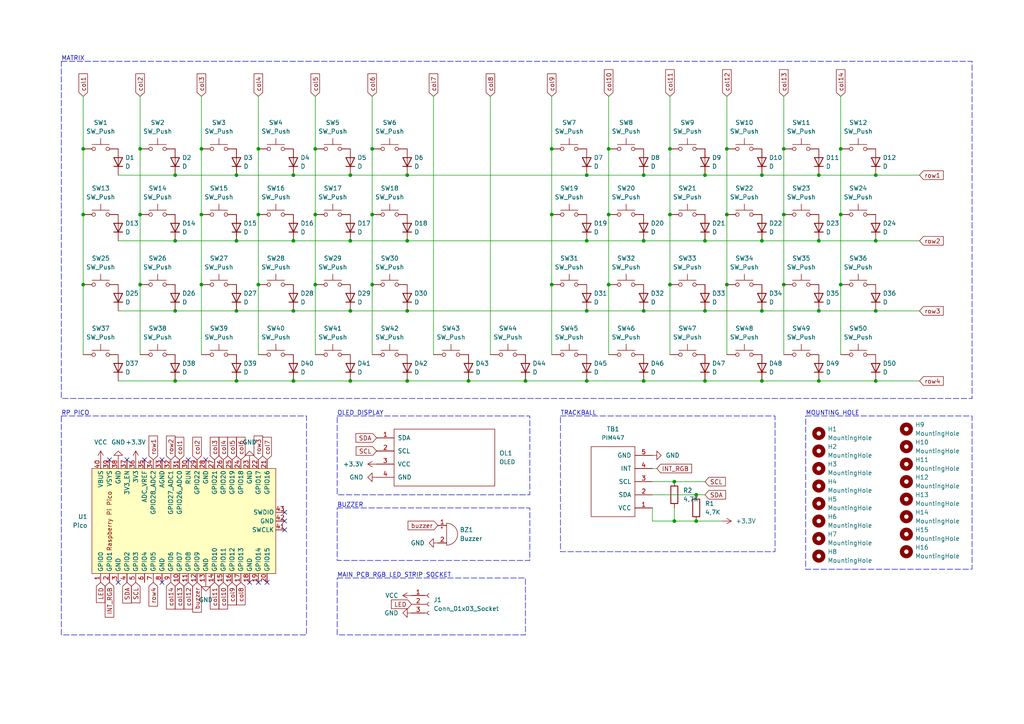
<source format=kicad_sch>
(kicad_sch (version 20230121) (generator eeschema)
  (paper "A4")
  (title_block (title "YAKAMOZ") (date "2023-09-24") (rev "v1.0") (company "http://github.com/ozkan"))
  (junction (at 107.95 62.23))
  (junction (at 204.47 69.85))
  (junction (at 118.11 110.49))
  (junction (at 227.33 62.23))
  (junction (at 91.44 62.23))
  (junction (at 195.58 139.7))
  (junction (at 68.58 69.85))
  (junction (at 194.31 82.55))
  (junction (at 107.95 43.18))
  (junction (at 210.82 43.18))
  (junction (at 91.44 43.18))
  (junction (at 254 69.85))
  (junction (at 58.42 82.55))
  (junction (at 170.18 69.85))
  (junction (at 160.02 62.23))
  (junction (at 186.69 110.49))
  (junction (at 220.98 90.17))
  (junction (at 237.49 69.85))
  (junction (at 107.95 82.55))
  (junction (at 220.98 69.85))
  (junction (at 135.89 110.49))
  (junction (at 24.13 62.23))
  (junction (at 101.6 90.17))
  (junction (at 50.8 110.49))
  (junction (at 50.8 90.17))
  (junction (at 118.11 69.85))
  (junction (at 85.09 50.8))
  (junction (at 201.93 143.51))
  (junction (at 40.64 82.55))
  (junction (at 237.49 110.49))
  (junction (at 170.18 110.49))
  (junction (at 186.69 50.8))
  (junction (at 152.4 110.49))
  (junction (at 176.53 62.23))
  (junction (at 85.09 69.85))
  (junction (at 210.82 62.23))
  (junction (at 254 90.17))
  (junction (at 176.53 82.55))
  (junction (at 85.09 110.49))
  (junction (at 201.93 151.13))
  (junction (at 101.6 110.49))
  (junction (at 243.84 62.23))
  (junction (at 220.98 110.49))
  (junction (at 85.09 90.17))
  (junction (at 237.49 90.17))
  (junction (at 243.84 82.55))
  (junction (at 68.58 110.49))
  (junction (at 194.31 43.18))
  (junction (at 160.02 43.18))
  (junction (at 195.58 151.13))
  (junction (at 204.47 50.8))
  (junction (at 58.42 62.23))
  (junction (at 204.47 110.49))
  (junction (at 204.47 90.17))
  (junction (at 186.69 90.17))
  (junction (at 220.98 50.8))
  (junction (at 210.82 82.55))
  (junction (at 254 110.49))
  (junction (at 101.6 69.85))
  (junction (at 74.93 43.18))
  (junction (at 227.33 82.55))
  (junction (at 237.49 50.8))
  (junction (at 50.8 50.8))
  (junction (at 170.18 50.8))
  (junction (at 170.18 90.17))
  (junction (at 160.02 82.55))
  (junction (at 194.31 62.23))
  (junction (at 74.93 82.55))
  (junction (at 40.64 43.18))
  (junction (at 176.53 43.18))
  (junction (at 118.11 50.8))
  (junction (at 24.13 82.55))
  (junction (at 24.13 43.18))
  (junction (at 50.8 69.85))
  (junction (at 101.6 50.8))
  (junction (at 68.58 50.8))
  (junction (at 186.69 69.85))
  (junction (at 118.11 90.17))
  (junction (at 243.84 43.18))
  (junction (at 91.44 82.55))
  (junction (at 227.33 43.18))
  (junction (at 68.58 90.17))
  (junction (at 58.42 43.18))
  (junction (at 254 50.8))
  (junction (at 40.64 62.23))
  (junction (at 74.93 62.23))
  (no_connect (at 54.61 133.35))
  (no_connect (at 41.91 133.35))
  (no_connect (at 59.69 133.35))
  (no_connect (at 31.75 133.35))
  (no_connect (at 72.39 168.91))
  (no_connect (at 46.99 168.91))
  (no_connect (at 82.55 153.67))
  (no_connect (at 82.55 148.59))
  (no_connect (at 74.93 168.91))
  (no_connect (at 34.29 168.91))
  (no_connect (at 77.47 168.91))
  (no_connect (at 46.99 133.35))
  (no_connect (at 82.55 151.13))
  (no_connect (at 36.83 133.35))
  (wire (pts (xy 68.58 110.49) (xy 85.09 110.49)))
  (wire (pts (xy 204.47 50.8) (xy 220.98 50.8)))
  (wire (pts (xy 186.69 90.17) (xy 204.47 90.17)))
  (wire (pts (xy 118.11 69.85) (xy 170.18 69.85)))
  (wire (pts (xy 204.47 110.49) (xy 220.98 110.49)))
  (wire (pts (xy 160.02 82.55) (xy 160.02 102.87)))
  (wire (pts (xy 254 90.17) (xy 266.7 90.17)))
  (wire (pts (xy 160.02 27.94) (xy 160.02 43.18)))
  (wire (pts (xy 91.44 62.23) (xy 91.44 82.55)))
  (wire (pts (xy 170.18 69.85) (xy 186.69 69.85)))
  (wire (pts (xy 210.82 62.23) (xy 210.82 82.55)))
  (wire (pts (xy 58.42 62.23) (xy 58.42 82.55)))
  (wire (pts (xy 24.13 62.23) (xy 24.13 82.55)))
  (wire (pts (xy 74.93 43.18) (xy 74.93 62.23)))
  (wire (pts (xy 176.53 27.94) (xy 176.53 43.18)))
  (wire (pts (xy 254 110.49) (xy 266.7 110.49)))
  (wire (pts (xy 243.84 43.18) (xy 243.84 62.23)))
  (wire (pts (xy 85.09 69.85) (xy 101.6 69.85)))
  (wire (pts (xy 34.29 110.49) (xy 50.8 110.49)))
  (wire (pts (xy 176.53 82.55) (xy 176.53 102.87)))
  (wire (pts (xy 107.95 27.94) (xy 107.95 43.18)))
  (wire (pts (xy 194.31 43.18) (xy 194.31 62.23)))
  (wire (pts (xy 91.44 82.55) (xy 91.44 102.87)))
  (wire (pts (xy 194.31 27.94) (xy 194.31 43.18)))
  (wire (pts (xy 58.42 27.94) (xy 58.42 43.18)))
  (wire (pts (xy 40.64 62.23) (xy 40.64 82.55)))
  (wire (pts (xy 40.64 43.18) (xy 40.64 62.23)))
  (wire (pts (xy 194.31 82.55) (xy 194.31 102.87)))
  (wire (pts (xy 186.69 110.49) (xy 204.47 110.49)))
  (wire (pts (xy 68.58 69.85) (xy 85.09 69.85)))
  (wire (pts (xy 118.11 110.49) (xy 135.89 110.49)))
  (wire (pts (xy 50.8 50.8) (xy 68.58 50.8)))
  (wire (pts (xy 176.53 43.18) (xy 176.53 62.23)))
  (wire (pts (xy 237.49 50.8) (xy 254 50.8)))
  (wire (pts (xy 40.64 27.94) (xy 40.64 43.18)))
  (wire (pts (xy 243.84 62.23) (xy 243.84 82.55)))
  (wire (pts (xy 210.82 82.55) (xy 210.82 102.87)))
  (wire (pts (xy 74.93 82.55) (xy 74.93 102.87)))
  (wire (pts (xy 101.6 90.17) (xy 118.11 90.17)))
  (wire (pts (xy 142.24 27.94) (xy 142.24 102.87)))
  (wire (pts (xy 118.11 50.8) (xy 170.18 50.8)))
  (wire (pts (xy 204.47 139.7) (xy 195.58 139.7)))
  (wire (pts (xy 227.33 82.55) (xy 227.33 102.87)))
  (wire (pts (xy 40.64 82.55) (xy 40.64 102.87)))
  (wire (pts (xy 85.09 90.17) (xy 101.6 90.17)))
  (wire (pts (xy 227.33 27.94) (xy 227.33 43.18)))
  (wire (pts (xy 194.31 62.23) (xy 194.31 82.55)))
  (wire (pts (xy 189.23 143.51) (xy 201.93 143.51)))
  (wire (pts (xy 107.95 82.55) (xy 107.95 102.87)))
  (wire (pts (xy 195.58 151.13) (xy 189.23 151.13)))
  (wire (pts (xy 243.84 27.94) (xy 243.84 43.18)))
  (wire (pts (xy 220.98 69.85) (xy 237.49 69.85)))
  (wire (pts (xy 227.33 43.18) (xy 227.33 62.23)))
  (wire (pts (xy 160.02 43.18) (xy 160.02 62.23)))
  (wire (pts (xy 24.13 43.18) (xy 24.13 62.23)))
  (wire (pts (xy 68.58 50.8) (xy 85.09 50.8)))
  (wire (pts (xy 101.6 69.85) (xy 118.11 69.85)))
  (wire (pts (xy 254 69.85) (xy 266.7 69.85)))
  (wire (pts (xy 91.44 27.94) (xy 91.44 43.18)))
  (wire (pts (xy 190.5 135.89) (xy 189.23 135.89)))
  (wire (pts (xy 186.69 69.85) (xy 204.47 69.85)))
  (wire (pts (xy 24.13 27.94) (xy 24.13 43.18)))
  (wire (pts (xy 220.98 110.49) (xy 237.49 110.49)))
  (wire (pts (xy 118.11 90.17) (xy 170.18 90.17)))
  (wire (pts (xy 34.29 50.8) (xy 50.8 50.8)))
  (wire (pts (xy 74.93 27.94) (xy 74.93 43.18)))
  (wire (pts (xy 135.89 110.49) (xy 152.4 110.49)))
  (wire (pts (xy 201.93 151.13) (xy 195.58 151.13)))
  (wire (pts (xy 201.93 143.51) (xy 204.47 143.51)))
  (wire (pts (xy 204.47 90.17) (xy 220.98 90.17)))
  (wire (pts (xy 243.84 82.55) (xy 243.84 102.87)))
  (wire (pts (xy 101.6 110.49) (xy 118.11 110.49)))
  (wire (pts (xy 24.13 82.55) (xy 24.13 102.87)))
  (wire (pts (xy 209.55 151.13) (xy 201.93 151.13)))
  (wire (pts (xy 195.58 139.7) (xy 189.23 139.7)))
  (wire (pts (xy 34.29 69.85) (xy 50.8 69.85)))
  (wire (pts (xy 107.95 43.18) (xy 107.95 62.23)))
  (wire (pts (xy 85.09 110.49) (xy 101.6 110.49)))
  (wire (pts (xy 170.18 50.8) (xy 186.69 50.8)))
  (wire (pts (xy 107.95 62.23) (xy 107.95 82.55)))
  (wire (pts (xy 50.8 90.17) (xy 68.58 90.17)))
  (wire (pts (xy 50.8 69.85) (xy 68.58 69.85)))
  (wire (pts (xy 227.33 62.23) (xy 227.33 82.55)))
  (wire (pts (xy 170.18 110.49) (xy 186.69 110.49)))
  (wire (pts (xy 210.82 27.94) (xy 210.82 43.18)))
  (wire (pts (xy 34.29 90.17) (xy 50.8 90.17)))
  (wire (pts (xy 254 50.8) (xy 266.7 50.8)))
  (wire (pts (xy 58.42 43.18) (xy 58.42 62.23)))
  (wire (pts (xy 237.49 69.85) (xy 254 69.85)))
  (wire (pts (xy 237.49 110.49) (xy 254 110.49)))
  (wire (pts (xy 176.53 62.23) (xy 176.53 82.55)))
  (wire (pts (xy 91.44 43.18) (xy 91.44 62.23)))
  (wire (pts (xy 50.8 110.49) (xy 68.58 110.49)))
  (wire (pts (xy 195.58 147.32) (xy 195.58 151.13)))
  (wire (pts (xy 189.23 151.13) (xy 189.23 147.32)))
  (wire (pts (xy 74.93 62.23) (xy 74.93 82.55)))
  (wire (pts (xy 186.69 50.8) (xy 204.47 50.8)))
  (wire (pts (xy 220.98 90.17) (xy 237.49 90.17)))
  (wire (pts (xy 68.58 90.17) (xy 85.09 90.17)))
  (wire (pts (xy 58.42 82.55) (xy 58.42 102.87)))
  (wire (pts (xy 220.98 50.8) (xy 237.49 50.8)))
  (wire (pts (xy 101.6 50.8) (xy 118.11 50.8)))
  (wire (pts (xy 160.02 62.23) (xy 160.02 82.55)))
  (wire (pts (xy 85.09 50.8) (xy 101.6 50.8)))
  (wire (pts (xy 152.4 110.49) (xy 170.18 110.49)))
  (wire (pts (xy 170.18 90.17) (xy 186.69 90.17)))
  (wire (pts (xy 210.82 43.18) (xy 210.82 62.23)))
  (wire (pts (xy 125.73 27.94) (xy 125.73 102.87)))
  (wire (pts (xy 237.49 90.17) (xy 254 90.17)))
  (wire (pts (xy 204.47 69.85) (xy 220.98 69.85)))
  (rectangle (start 17.78 17.78) (end 281.94 115.57) (stroke (width 0) (type dash)))
  (rectangle (start 97.79 167.64) (end 152.4 184.15) (stroke (width 0) (type dash)))
  (rectangle (start 233.68 120.65) (end 281.94 165.1) (stroke (width 0) (type dash)))
  (rectangle (start 97.79 147.32) (end 153.67 162.56) (stroke (width 0) (type dash)))
  (rectangle (start 17.78 120.65) (end 88.9 184.15) (stroke (width 0) (type dash)))
  (rectangle (start 281.94 115.57) (end 281.94 115.57))
  (rectangle (start 97.79 120.65) (end 153.67 143.51) (stroke (width 0) (type dash)))
  (rectangle (start 162.56 120.65) (end 224.79 160.02) (stroke (width 0) (type dash)))
  (text "BUZZER" (at 97.79 147.32 0) (effects (font (size 1.27 1.27)) (justify left bottom)))
  (text "MAIN PCB RGB LED STRIP SOCKET" (at 97.79 167.64 0) (effects (font (size 1.27 1.27)) (justify left bottom)))
  (text "MATRIX" (at 17.78 17.78 0) (effects (font (size 1.27 1.27)) (justify left bottom)))
  (text "MOUNTING HOLE" (at 233.68 120.65 0) (effects (font (size 1.27 1.27)) (justify left bottom)))
  (text "RP PICO" (at 17.78 120.65 0) (effects (font (size 1.27 1.27)) (justify left bottom)))
  (text "TRACKBALL" (at 162.56 120.65 0) (effects (font (size 1.27 1.27)) (justify left bottom)))
  (text "OLED DISPLAY" (at 97.79 120.65 0) (effects (font (size 1.27 1.27)) (justify left bottom)))
  (global_label "row4" (shape input) (at 266.7 110.49 0) (property "Intersheetrefs" "${INTERSHEET_REFS}" (effects hide)))
  (global_label "LED" (shape input) (at 119.38 175.26 180) (property "Intersheetrefs" "${INTERSHEET_REFS}" (effects hide)))
  (global_label "col13" (shape input) (at 227.33 27.94 90) (property "Intersheetrefs" "${INTERSHEET_REFS}" (effects hide)))
  (global_label "col10" (shape input) (at 64.77 168.91 270) (property "Intersheetrefs" "${INTERSHEET_REFS}" (effects hide)))
  (global_label "col2" (shape input) (at 40.64 27.94 90) (property "Intersheetrefs" "${INTERSHEET_REFS}" (effects hide)))
  (global_label "col8" (shape input) (at 69.85 168.91 270) (property "Intersheetrefs" "${INTERSHEET_REFS}" (effects hide)))
  (global_label "row3" (shape input) (at 74.93 133.35 90) (property "Intersheetrefs" "${INTERSHEET_REFS}" (effects hide)))
  (global_label "col6" (shape input) (at 69.85 133.35 90) (property "Intersheetrefs" "${INTERSHEET_REFS}" (effects hide)))
  (global_label "SCL" (shape input) (at 39.37 168.91 270) (property "Intersheetrefs" "${INTERSHEET_REFS}" (effects hide)))
  (global_label "col14" (shape input) (at 243.84 27.94 90) (property "Intersheetrefs" "${INTERSHEET_REFS}" (effects hide)))
  (global_label "col12" (shape input) (at 54.61 168.91 270) (property "Intersheetrefs" "${INTERSHEET_REFS}" (effects hide)))
  (global_label "col4" (shape input) (at 74.93 27.94 90) (property "Intersheetrefs" "${INTERSHEET_REFS}" (effects hide)))
  (global_label "SCL" (shape input) (at 204.47 139.7 0) (property "Intersheetrefs" "${INTERSHEET_REFS}" (effects hide)))
  (global_label "INT_RGB" (shape input) (at 31.75 168.91 270) (property "Intersheetrefs" "${INTERSHEET_REFS}" (effects hide)))
  (global_label "SDA" (shape input) (at 109.22 127 180) (property "Intersheetrefs" "${INTERSHEET_REFS}" (effects hide)))
  (global_label "col8" (shape input) (at 142.24 27.94 90) (property "Intersheetrefs" "${INTERSHEET_REFS}" (effects hide)))
  (global_label "col12" (shape input) (at 210.82 27.94 90) (property "Intersheetrefs" "${INTERSHEET_REFS}" (effects hide)))
  (global_label "col14" (shape input) (at 49.53 168.91 270) (property "Intersheetrefs" "${INTERSHEET_REFS}" (effects hide)))
  (global_label "col3" (shape input) (at 58.42 27.94 90) (property "Intersheetrefs" "${INTERSHEET_REFS}" (effects hide)))
  (global_label "col7" (shape input) (at 77.47 133.35 90) (property "Intersheetrefs" "${INTERSHEET_REFS}" (effects hide)))
  (global_label "col5" (shape input) (at 91.44 27.94 90) (property "Intersheetrefs" "${INTERSHEET_REFS}" (effects hide)))
  (global_label "col9" (shape input) (at 160.02 27.94 90) (property "Intersheetrefs" "${INTERSHEET_REFS}" (effects hide)))
  (global_label "col4" (shape input) (at 64.77 133.35 90) (property "Intersheetrefs" "${INTERSHEET_REFS}" (effects hide)))
  (global_label "row2" (shape input) (at 266.7 69.85 0) (property "Intersheetrefs" "${INTERSHEET_REFS}" (effects hide)))
  (global_label "buzzer" (shape input) (at 57.15 168.91 270) (property "Intersheetrefs" "${INTERSHEET_REFS}" (effects hide)))
  (global_label "row4" (shape input) (at 44.45 168.91 270) (property "Intersheetrefs" "${INTERSHEET_REFS}" (effects hide)))
  (global_label "row2" (shape input) (at 49.53 133.35 90) (property "Intersheetrefs" "${INTERSHEET_REFS}" (effects hide)))
  (global_label "row1" (shape input) (at 44.45 133.35 90) (property "Intersheetrefs" "${INTERSHEET_REFS}" (effects hide)))
  (global_label "SDA" (shape input) (at 36.83 168.91 270) (property "Intersheetrefs" "${INTERSHEET_REFS}" (effects hide)))
  (global_label "col1" (shape input) (at 52.07 133.35 90) (property "Intersheetrefs" "${INTERSHEET_REFS}" (effects hide)))
  (global_label "SCL" (shape input) (at 109.22 130.81 180) (property "Intersheetrefs" "${INTERSHEET_REFS}" (effects hide)))
  (global_label "row1" (shape input) (at 266.7 50.8 0) (property "Intersheetrefs" "${INTERSHEET_REFS}" (effects hide)))
  (global_label "INT_RGB" (shape input) (at 190.5 135.89 0) (property "Intersheetrefs" "${INTERSHEET_REFS}" (effects hide)))
  (global_label "col6" (shape input) (at 107.95 27.94 90) (property "Intersheetrefs" "${INTERSHEET_REFS}" (effects hide)))
  (global_label "LED" (shape input) (at 29.21 168.91 270) (property "Intersheetrefs" "${INTERSHEET_REFS}" (effects hide)))
  (global_label "col5" (shape input) (at 67.31 133.35 90) (property "Intersheetrefs" "${INTERSHEET_REFS}" (effects hide)))
  (global_label "col11" (shape input) (at 62.23 168.91 270) (property "Intersheetrefs" "${INTERSHEET_REFS}" (effects hide)))
  (global_label "buzzer" (shape input) (at 127 152.4 180) (property "Intersheetrefs" "${INTERSHEET_REFS}" (effects hide)))
  (global_label "col10" (shape input) (at 176.53 27.94 90) (property "Intersheetrefs" "${INTERSHEET_REFS}" (effects hide)))
  (global_label "row3" (shape input) (at 266.7 90.17 0) (property "Intersheetrefs" "${INTERSHEET_REFS}" (effects hide)))
  (global_label "col1" (shape input) (at 24.13 27.94 90) (property "Intersheetrefs" "${INTERSHEET_REFS}" (effects hide)))
  (global_label "col7" (shape input) (at 125.73 27.94 90) (property "Intersheetrefs" "${INTERSHEET_REFS}" (effects hide)))
  (global_label "col13" (shape input) (at 52.07 168.91 270) (property "Intersheetrefs" "${INTERSHEET_REFS}" (effects hide)))
  (global_label "col11" (shape input) (at 194.31 27.94 90) (property "Intersheetrefs" "${INTERSHEET_REFS}" (effects hide)))
  (global_label "col3" (shape input) (at 62.23 133.35 90) (property "Intersheetrefs" "${INTERSHEET_REFS}" (effects hide)))
  (global_label "SDA" (shape input) (at 204.47 143.51 0) (property "Intersheetrefs" "${INTERSHEET_REFS}" (effects hide)))
  (global_label "col2" (shape input) (at 57.15 133.35 90) (property "Intersheetrefs" "${INTERSHEET_REFS}" (effects hide)))
  (global_label "col9" (shape input) (at 67.31 168.91 270) (property "Intersheetrefs" "${INTERSHEET_REFS}" (effects hide)))
  (symbol (lib_id "Switch:SW_Push") (at 96.52 102.87 0) (unit 1)
    (property "Reference" "SW41" (at 96.52 95.25 0))
    (property "Value" "SW_Push" (at 96.52 97.79 0))
    (property "Footprint" "ozkan:Mx_hs_th_1U" (effects hide))
  )
  (symbol (lib_id "power:GND") (at 72.39 133.35 180) (unit 1)
    (property "Reference" "#PWR05" (effects hide))
    (property "Value" "GND" (at 72.39 128.27 0))
  )
  (symbol (lib_id "MCU_RaspberryPi_and_Boards:Pico") (at 53.34 151.13 90) (unit 1)
    (property "Reference" "U1" (at 25.4 149.86 90) (effects (justify left)))
    (property "Value" "Pico" (at 25.4 152.4 90) (effects (justify left)))
    (property "Footprint" "MCU_RaspberryPi_and_Boards:RPi_Pico_SMD_TH" (effects hide))
  )
  (symbol (lib_id "Switch:SW_Push") (at 181.61 62.23 0) (unit 1)
    (property "Reference" "SW20" (at 181.61 54.61 0))
    (property "Value" "SW_Push" (at 181.61 57.15 0))
    (property "Footprint" "ozkan:Mx_hs_th_1U" (effects hide))
  )
  (symbol (lib_id "Switch:SW_Push") (at 232.41 82.55 0) (unit 1)
    (property "Reference" "SW35" (at 232.41 74.93 0))
    (property "Value" "SW_Push" (at 232.41 77.47 0))
    (property "Footprint" "ozkan:Mx_hs_th_1U" (effects hide))
  )
  (symbol (lib_id "Device:D") (at 118.11 86.36 90) (unit 1)
    (property "Reference" "D30" (at 120.142 85.09 90) (effects (justify right)))
    (property "Value" "D" (at 120.142 87.63 90) (effects (justify right)))
    (property "Footprint" "ozkan:SOD_123_diode" (effects hide))
    (property "Sim.Device" "D" (effects hide))
    (property "Sim.Pins" "1=K 2=A" (effects hide))
  )
  (symbol (lib_id "Switch:SW_Push") (at 147.32 102.87 0) (unit 1)
    (property "Reference" "SW44" (at 147.32 95.25 0))
    (property "Value" "SW_Push" (at 147.32 97.79 0))
    (property "Footprint" "ozkan:Mx_hs_th_1U" (effects hide))
  )
  (symbol (lib_id "Switch:SW_Push") (at 63.5 82.55 0) (unit 1)
    (property "Reference" "SW27" (at 63.5 74.93 0))
    (property "Value" "SW_Push" (at 63.5 77.47 0))
    (property "Footprint" "ozkan:Mx_hs_th_1U" (effects hide))
  )
  (symbol (lib_id "Device:Buzzer") (at 129.54 154.94 0) (unit 1)
    (property "Reference" "BZ1" (at 133.35 153.67 0) (effects (justify left)))
    (property "Value" "Buzzer" (at 133.35 156.21 0) (effects (justify left)))
    (property "Footprint" "Buzzer_Beeper:Buzzer_12x9.5RM7.6" (effects hide))
  )
  (symbol (lib_id "Switch:SW_Push") (at 165.1 62.23 0) (unit 1)
    (property "Reference" "SW19" (at 165.1 54.61 0))
    (property "Value" "SW_Push" (at 165.1 57.15 0))
    (property "Footprint" "ozkan:Mx_hs_th_1U" (effects hide))
  )
  (symbol (lib_id "Switch:SW_Push") (at 63.5 43.18 0) (unit 1)
    (property "Reference" "SW3" (at 63.5 35.56 0))
    (property "Value" "SW_Push" (at 63.5 38.1 0))
    (property "Footprint" "ozkan:Mx_hs_th_1U" (effects hide))
  )
  (symbol (lib_id "Switch:SW_Push") (at 181.61 102.87 0) (unit 1)
    (property "Reference" "SW46" (at 181.61 95.25 0))
    (property "Value" "SW_Push" (at 181.61 97.79 0))
    (property "Footprint" "ozkan:Mx_hs_th_1U" (effects hide))
  )
  (symbol (lib_id "Device:D") (at 50.8 86.36 90) (unit 1)
    (property "Reference" "D26" (at 52.832 85.09 90) (effects (justify right)))
    (property "Value" "D" (at 52.832 87.63 90) (effects (justify right)))
    (property "Footprint" "ozkan:SOD_123_diode" (effects hide))
    (property "Sim.Device" "D" (effects hide))
    (property "Sim.Pins" "1=K 2=A" (effects hide))
  )
  (symbol (lib_id "Switch:SW_Push") (at 199.39 102.87 0) (unit 1)
    (property "Reference" "SW47" (at 199.39 95.25 0))
    (property "Value" "SW_Push" (at 199.39 97.79 0))
    (property "Footprint" "ozkan:Mx_hs_th_1U" (effects hide))
  )
  (symbol (lib_id "Device:D") (at 50.8 46.99 90) (unit 1)
    (property "Reference" "D2" (at 52.832 45.72 90) (effects (justify right)))
    (property "Value" "D" (at 52.832 48.26 90) (effects (justify right)))
    (property "Footprint" "ozkan:SOD_123_diode" (effects hide))
    (property "Sim.Device" "D" (effects hide))
    (property "Sim.Pins" "1=K 2=A" (effects hide))
  )
  (symbol (lib_id "Switch:SW_Push") (at 181.61 43.18 0) (unit 1)
    (property "Reference" "SW8" (at 181.61 35.56 0))
    (property "Value" "SW_Push" (at 181.61 38.1 0))
    (property "Footprint" "ozkan:Mx_hs_th_1U" (effects hide))
  )
  (symbol (lib_id "Mechanical:MountingHole") (at 237.49 161.29 0) (unit 1)
    (property "Reference" "H8" (at 240.03 160.02 0) (effects (justify left)))
    (property "Value" "MountingHole" (at 240.03 162.56 0) (effects (justify left)))
    (property "Footprint" "ozkan:M2_Hole_TH_Outside" (effects hide))
  )
  (symbol (lib_id "Device:R") (at 201.93 147.32 180) (unit 1)
    (property "Reference" "R1" (at 204.47 146.05 0) (effects (justify right)))
    (property "Value" "4,7K" (at 204.47 148.59 0) (effects (justify right)))
    (property "Footprint" "Resistor_SMD:R_0805_2012Metric_Pad1.20x1.40mm_HandSolder" (effects hide))
  )
  (symbol (lib_id "Device:D") (at 68.58 46.99 90) (unit 1)
    (property "Reference" "D3" (at 70.612 45.72 90) (effects (justify right)))
    (property "Value" "D" (at 70.612 48.26 90) (effects (justify right)))
    (property "Footprint" "ozkan:SOD_123_diode" (effects hide))
    (property "Sim.Device" "D" (effects hide))
    (property "Sim.Pins" "1=K 2=A" (effects hide))
  )
  (symbol (lib_id "Mechanical:MountingHole") (at 237.49 135.89 0) (unit 1)
    (property "Reference" "H3" (at 240.03 134.62 0) (effects (justify left)))
    (property "Value" "MountingHole" (at 240.03 137.16 0) (effects (justify left)))
    (property "Footprint" "ozkan:M2_Hole_TH_Outside" (effects hide))
  )
  (symbol (lib_id "Mechanical:MountingHole") (at 262.89 129.54 0) (unit 1)
    (property "Reference" "H10" (at 265.43 128.27 0) (effects (justify left)))
    (property "Value" "MountingHole" (at 265.43 130.81 0) (effects (justify left)))
    (property "Footprint" "ozkan:Hole_pad_m2" (effects hide))
  )
  (symbol (lib_id "Switch:SW_Push") (at 29.21 102.87 0) (unit 1)
    (property "Reference" "SW37" (at 29.21 95.25 0))
    (property "Value" "SW_Push" (at 29.21 97.79 0))
    (property "Footprint" "ozkan:Mx_hs_th_1U" (effects hide))
  )
  (symbol (lib_id "Device:D") (at 68.58 106.68 90) (unit 1)
    (property "Reference" "D39" (at 70.612 105.41 90) (effects (justify right)))
    (property "Value" "D" (at 70.612 107.95 90) (effects (justify right)))
    (property "Footprint" "ozkan:SOD_123_diode" (effects hide))
    (property "Sim.Device" "D" (effects hide))
    (property "Sim.Pins" "1=K 2=A" (effects hide))
  )
  (symbol (lib_id "Device:D") (at 85.09 106.68 90) (unit 1)
    (property "Reference" "D40" (at 87.122 105.41 90) (effects (justify right)))
    (property "Value" "D" (at 87.122 107.95 90) (effects (justify right)))
    (property "Footprint" "ozkan:SOD_123_diode" (effects hide))
    (property "Sim.Device" "D" (effects hide))
    (property "Sim.Pins" "1=K 2=A" (effects hide))
  )
  (symbol (lib_id "Switch:SW_Push") (at 113.03 62.23 0) (unit 1)
    (property "Reference" "SW18" (at 113.03 54.61 0))
    (property "Value" "SW_Push" (at 113.03 57.15 0))
    (property "Footprint" "ozkan:Mx_hs_th_1U" (effects hide))
  )
  (symbol (lib_id "Switch:SW_Push") (at 29.21 62.23 0) (unit 1)
    (property "Reference" "SW13" (at 29.21 54.61 0))
    (property "Value" "SW_Push" (at 29.21 57.15 0))
    (property "Footprint" "ozkan:Mx_hs_th_1U" (effects hide))
  )
  (symbol (lib_id "Device:D") (at 170.18 86.36 90) (unit 1)
    (property "Reference" "D31" (at 172.212 85.09 90) (effects (justify right)))
    (property "Value" "D" (at 172.212 87.63 90) (effects (justify right)))
    (property "Footprint" "ozkan:SOD_123_diode" (effects hide))
    (property "Sim.Device" "D" (effects hide))
    (property "Sim.Pins" "1=K 2=A" (effects hide))
  )
  (symbol (lib_id "Device:D") (at 204.47 46.99 90) (unit 1)
    (property "Reference" "D9" (at 206.502 45.72 90) (effects (justify right)))
    (property "Value" "D" (at 206.502 48.26 90) (effects (justify right)))
    (property "Footprint" "ozkan:SOD_123_diode" (effects hide))
    (property "Sim.Device" "D" (effects hide))
    (property "Sim.Pins" "1=K 2=A" (effects hide))
  )
  (symbol (lib_id "Device:D") (at 34.29 66.04 90) (unit 1)
    (property "Reference" "D13" (at 36.322 64.77 90) (effects (justify right)))
    (property "Value" "D" (at 36.322 67.31 90) (effects (justify right)))
    (property "Footprint" "ozkan:SOD_123_diode" (effects hide))
    (property "Sim.Device" "D" (effects hide))
    (property "Sim.Pins" "1=K 2=A" (effects hide))
  )
  (symbol (lib_id "Device:D") (at 254 86.36 90) (unit 1)
    (property "Reference" "D36" (at 256.032 85.09 90) (effects (justify right)))
    (property "Value" "D" (at 256.032 87.63 90) (effects (justify right)))
    (property "Footprint" "ozkan:SOD_123_diode" (effects hide))
    (property "Sim.Device" "D" (effects hide))
    (property "Sim.Pins" "1=K 2=A" (effects hide))
  )
  (symbol (lib_id "Switch:SW_Push") (at 113.03 43.18 0) (unit 1)
    (property "Reference" "SW6" (at 113.03 35.56 0))
    (property "Value" "SW_Push" (at 113.03 38.1 0))
    (property "Footprint" "ozkan:Mx_hs_th_1U" (effects hide))
  )
  (symbol (lib_id "Device:D") (at 101.6 46.99 90) (unit 1)
    (property "Reference" "D5" (at 103.632 45.72 90) (effects (justify right)))
    (property "Value" "D" (at 103.632 48.26 90) (effects (justify right)))
    (property "Footprint" "ozkan:SOD_123_diode" (effects hide))
    (property "Sim.Device" "D" (effects hide))
    (property "Sim.Pins" "1=K 2=A" (effects hide))
  )
  (symbol (lib_id "power:GND") (at 109.22 138.43 270) (unit 1)
    (property "Reference" "#PWR010" (effects hide))
    (property "Value" "GND" (at 105.41 138.43 90) (effects (justify right)))
  )
  (symbol (lib_id "Connector:Conn_01x03_Socket") (at 124.46 175.26 0) (unit 1)
    (property "Reference" "J1" (at 125.73 173.99 0) (effects (justify left)))
    (property "Value" "Conn_01x03_Socket" (at 125.73 176.53 0) (effects (justify left)))
    (property "Footprint" "ozkan:Strip_LED_side" (effects hide))
  )
  (symbol (lib_id "Switch:SW_Push") (at 29.21 43.18 0) (unit 1)
    (property "Reference" "SW1" (at 29.21 35.56 0))
    (property "Value" "SW_Push" (at 29.21 38.1 0))
    (property "Footprint" "ozkan:Mx_hs_th_1U" (effects hide))
  )
  (symbol (lib_id "Switch:SW_Push") (at 45.72 43.18 0) (unit 1)
    (property "Reference" "SW2" (at 45.72 35.56 0))
    (property "Value" "SW_Push" (at 45.72 38.1 0))
    (property "Footprint" "ozkan:Mx_hs_th_1U" (effects hide))
  )
  (symbol (lib_id "power:VCC") (at 119.38 172.72 90) (unit 1)
    (property "Reference" "#PWR012" (effects hide))
    (property "Value" "VCC" (at 115.57 172.72 90) (effects (justify left)))
  )
  (symbol (lib_id "power:GND") (at 59.69 168.91 0) (unit 1)
    (property "Reference" "#PWR03" (effects hide))
    (property "Value" "GND" (at 59.69 173.99 0))
  )
  (symbol (lib_id "Switch:SW_Push") (at 96.52 43.18 0) (unit 1)
    (property "Reference" "SW5" (at 96.52 35.56 0))
    (property "Value" "SW_Push" (at 96.52 38.1 0))
    (property "Footprint" "ozkan:Mx_hs_th_1U" (effects hide))
  )
  (symbol (lib_id "Device:D") (at 220.98 86.36 90) (unit 1)
    (property "Reference" "D34" (at 223.012 85.09 90) (effects (justify right)))
    (property "Value" "D" (at 223.012 87.63 90) (effects (justify right)))
    (property "Footprint" "ozkan:SOD_123_diode" (effects hide))
    (property "Sim.Device" "D" (effects hide))
    (property "Sim.Pins" "1=K 2=A" (effects hide))
  )
  (symbol (lib_id "Switch:SW_Push") (at 80.01 102.87 0) (unit 1)
    (property "Reference" "SW40" (at 80.01 95.25 0))
    (property "Value" "SW_Push" (at 80.01 97.79 0))
    (property "Footprint" "ozkan:Mx_hs_th_1U" (effects hide))
  )
  (symbol (lib_id "Device:D") (at 170.18 66.04 90) (unit 1)
    (property "Reference" "D19" (at 172.212 64.77 90) (effects (justify right)))
    (property "Value" "D" (at 172.212 67.31 90) (effects (justify right)))
    (property "Footprint" "ozkan:SOD_123_diode" (effects hide))
    (property "Sim.Device" "D" (effects hide))
    (property "Sim.Pins" "1=K 2=A" (effects hide))
  )
  (symbol (lib_id "Device:R") (at 195.58 143.51 180) (unit 1)
    (property "Reference" "R2" (at 198.12 142.24 0) (effects (justify right)))
    (property "Value" "4,7K" (at 198.12 144.78 0) (effects (justify right)))
    (property "Footprint" "Resistor_SMD:R_0805_2012Metric_Pad1.20x1.40mm_HandSolder" (effects hide))
  )
  (symbol (lib_id "Device:D") (at 254 106.68 90) (unit 1)
    (property "Reference" "D50" (at 256.032 105.41 90) (effects (justify right)))
    (property "Value" "D" (at 256.032 107.95 90) (effects (justify right)))
    (property "Footprint" "ozkan:SOD_123_diode" (effects hide))
    (property "Sim.Device" "D" (effects hide))
    (property "Sim.Pins" "1=K 2=A" (effects hide))
  )
  (symbol (lib_id "Device:D") (at 50.8 66.04 90) (unit 1)
    (property "Reference" "D14" (at 52.832 64.77 90) (effects (justify right)))
    (property "Value" "D" (at 52.832 67.31 90) (effects (justify right)))
    (property "Footprint" "ozkan:SOD_123_diode" (effects hide))
    (property "Sim.Device" "D" (effects hide))
    (property "Sim.Pins" "1=K 2=A" (effects hide))
  )
  (symbol (lib_id "power:VCC") (at 29.21 133.35 0) (unit 1)
    (property "Reference" "#PWR011" (effects hide))
    (property "Value" "VCC" (at 29.21 128.27 0))
  )
  (symbol (lib_id "Switch:SW_Push") (at 248.92 102.87 0) (unit 1)
    (property "Reference" "SW50" (at 248.92 95.25 0))
    (property "Value" "SW_Push" (at 248.92 97.79 0))
    (property "Footprint" "ozkan:Mx_hs_th_1U" (effects hide))
  )
  (symbol (lib_id "Device:D") (at 186.69 46.99 90) (unit 1)
    (property "Reference" "D8" (at 188.722 45.72 90) (effects (justify right)))
    (property "Value" "D" (at 188.722 48.26 90) (effects (justify right)))
    (property "Footprint" "ozkan:SOD_123_diode" (effects hide))
    (property "Sim.Device" "D" (effects hide))
    (property "Sim.Pins" "1=K 2=A" (effects hide))
  )
  (symbol (lib_id "Switch:SW_Push") (at 215.9 62.23 0) (unit 1)
    (property "Reference" "SW22" (at 215.9 54.61 0))
    (property "Value" "SW_Push" (at 215.9 57.15 0))
    (property "Footprint" "ozkan:Mx_hs_th_1U" (effects hide))
  )
  (symbol (lib_id "Device:D") (at 254 46.99 90) (unit 1)
    (property "Reference" "D12" (at 256.032 45.72 90) (effects (justify right)))
    (property "Value" "D" (at 256.032 48.26 90) (effects (justify right)))
    (property "Footprint" "ozkan:SOD_123_diode" (effects hide))
    (property "Sim.Device" "D" (effects hide))
    (property "Sim.Pins" "1=K 2=A" (effects hide))
  )
  (symbol (lib_id "power:+3.3V") (at 39.37 133.35 0) (unit 1)
    (property "Reference" "#PWR02" (effects hide))
    (property "Value" "+3.3V" (at 39.37 128.27 0))
  )
  (symbol (lib_id "Switch:SW_Push") (at 199.39 43.18 0) (unit 1)
    (property "Reference" "SW9" (at 199.39 35.56 0))
    (property "Value" "SW_Push" (at 199.39 38.1 0))
    (property "Footprint" "ozkan:Mx_hs_th_1U" (effects hide))
  )
  (symbol (lib_id "Device:D") (at 186.69 66.04 90) (unit 1)
    (property "Reference" "D20" (at 188.722 64.77 90) (effects (justify right)))
    (property "Value" "D" (at 188.722 67.31 90) (effects (justify right)))
    (property "Footprint" "ozkan:SOD_123_diode" (effects hide))
    (property "Sim.Device" "D" (effects hide))
    (property "Sim.Pins" "1=K 2=A" (effects hide))
  )
  (symbol (lib_id "Switch:SW_Push") (at 96.52 62.23 0) (unit 1)
    (property "Reference" "SW17" (at 96.52 54.61 0))
    (property "Value" "SW_Push" (at 96.52 57.15 0))
    (property "Footprint" "ozkan:Mx_hs_th_1U" (effects hide))
  )
  (symbol (lib_id "Switch:SW_Push") (at 215.9 43.18 0) (unit 1)
    (property "Reference" "SW10" (at 215.9 35.56 0))
    (property "Value" "SW_Push" (at 215.9 38.1 0))
    (property "Footprint" "ozkan:Mx_hs_th_1U" (effects hide))
  )
  (symbol (lib_id "Device:D") (at 118.11 46.99 90) (unit 1)
    (property "Reference" "D6" (at 120.142 45.72 90) (effects (justify right)))
    (property "Value" "D" (at 120.142 48.26 90) (effects (justify right)))
    (property "Footprint" "ozkan:SOD_123_diode" (effects hide))
    (property "Sim.Device" "D" (effects hide))
    (property "Sim.Pins" "1=K 2=A" (effects hide))
  )
  (symbol (lib_id "Device:D") (at 50.8 106.68 90) (unit 1)
    (property "Reference" "D38" (at 52.832 105.41 90) (effects (justify right)))
    (property "Value" "D" (at 52.832 107.95 90) (effects (justify right)))
    (property "Footprint" "ozkan:SOD_123_diode" (effects hide))
    (property "Sim.Device" "D" (effects hide))
    (property "Sim.Pins" "1=K 2=A" (effects hide))
  )
  (symbol (lib_id "Device:D") (at 204.47 106.68 90) (unit 1)
    (property "Reference" "D47" (at 206.502 105.41 90) (effects (justify right)))
    (property "Value" "D" (at 206.502 107.95 90) (effects (justify right)))
    (property "Footprint" "ozkan:SOD_123_diode" (effects hide))
    (property "Sim.Device" "D" (effects hide))
    (property "Sim.Pins" "1=K 2=A" (effects hide))
  )
  (symbol (lib_id "Switch:SW_Push") (at 96.52 82.55 0) (unit 1)
    (property "Reference" "SW29" (at 96.52 74.93 0))
    (property "Value" "SW_Push" (at 96.52 77.47 0))
    (property "Footprint" "ozkan:Mx_hs_th_1U" (effects hide))
  )
  (symbol (lib_id "power:GND") (at 189.23 132.08 90) (unit 1)
    (property "Reference" "#PWR06" (effects hide))
    (property "Value" "GND" (at 193.04 132.08 90) (effects (justify right)))
  )
  (symbol (lib_id "Switch:SW_Push") (at 130.81 102.87 0) (unit 1)
    (property "Reference" "SW43" (at 130.81 95.25 0))
    (property "Value" "SW_Push" (at 130.81 97.79 0))
    (property "Footprint" "ozkan:Mx_hs_th_1U" (effects hide))
  )
  (symbol (lib_id "Device:D") (at 220.98 46.99 90) (unit 1)
    (property "Reference" "D10" (at 223.012 45.72 90) (effects (justify right)))
    (property "Value" "D" (at 223.012 48.26 90) (effects (justify right)))
    (property "Footprint" "ozkan:SOD_123_diode" (effects hide))
    (property "Sim.Device" "D" (effects hide))
    (property "Sim.Pins" "1=K 2=A" (effects hide))
  )
  (symbol (lib_id "Switch:SW_Push") (at 63.5 102.87 0) (unit 1)
    (property "Reference" "SW39" (at 63.5 95.25 0))
    (property "Value" "SW_Push" (at 63.5 97.79 0))
    (property "Footprint" "ozkan:Mx_hs_th_1U" (effects hide))
  )
  (symbol (lib_id "Device:D") (at 118.11 66.04 90) (unit 1)
    (property "Reference" "D18" (at 120.142 64.77 90) (effects (justify right)))
    (property "Value" "D" (at 120.142 67.31 90) (effects (justify right)))
    (property "Footprint" "ozkan:SOD_123_diode" (effects hide))
    (property "Sim.Device" "D" (effects hide))
    (property "Sim.Pins" "1=K 2=A" (effects hide))
  )
  (symbol (lib_id "Switch:SW_Push") (at 29.21 82.55 0) (unit 1)
    (property "Reference" "SW25" (at 29.21 74.93 0))
    (property "Value" "SW_Push" (at 29.21 77.47 0))
    (property "Footprint" "ozkan:Mx_hs_th_1U" (effects hide))
  )
  (symbol (lib_id "Switch:SW_Push") (at 232.41 102.87 0) (unit 1)
    (property "Reference" "SW49" (at 232.41 95.25 0))
    (property "Value" "SW_Push" (at 232.41 97.79 0))
    (property "Footprint" "ozkan:Mx_hs_th_1U" (effects hide))
  )
  (symbol (lib_id "Switch:SW_Push") (at 165.1 82.55 0) (unit 1)
    (property "Reference" "SW31" (at 165.1 74.93 0))
    (property "Value" "SW_Push" (at 165.1 77.47 0))
    (property "Footprint" "ozkan:Mx_hs_th_1U" (effects hide))
  )
  (symbol (lib_id "Device:D") (at 170.18 46.99 90) (unit 1)
    (property "Reference" "D7" (at 172.212 45.72 90) (effects (justify right)))
    (property "Value" "D" (at 172.212 48.26 90) (effects (justify right)))
    (property "Footprint" "ozkan:SOD_123_diode" (effects hide))
    (property "Sim.Device" "D" (effects hide))
    (property "Sim.Pins" "1=K 2=A" (effects hide))
  )
  (symbol (lib_id "Switch:SW_Push") (at 199.39 82.55 0) (unit 1)
    (property "Reference" "SW33" (at 199.39 74.93 0))
    (property "Value" "SW_Push" (at 199.39 77.47 0))
    (property "Footprint" "ozkan:Mx_hs_th_1U" (effects hide))
  )
  (symbol (lib_id "Mechanical:MountingHole") (at 262.89 139.7 0) (unit 1)
    (property "Reference" "H12" (at 265.43 138.43 0) (effects (justify left)))
    (property "Value" "MountingHole" (at 265.43 140.97 0) (effects (justify left)))
    (property "Footprint" "ozkan:Hole_pad_m2" (effects hide))
  )
  (symbol (lib_id "Switch:SW_Push") (at 248.92 43.18 0) (unit 1)
    (property "Reference" "SW12" (at 248.92 35.56 0))
    (property "Value" "SW_Push" (at 248.92 38.1 0))
    (property "Footprint" "ozkan:Mx_hs_th_1U" (effects hide))
  )
  (symbol (lib_id "power:GND") (at 127 157.48 270) (unit 1)
    (property "Reference" "#PWR04" (effects hide))
    (property "Value" "GND" (at 123.19 157.48 90) (effects (justify right)))
  )
  (symbol (lib_id "power:+3.3V") (at 109.22 134.62 90) (unit 1)
    (property "Reference" "#PWR07" (effects hide))
    (property "Value" "+3.3V" (at 105.41 134.62 90) (effects (justify left)))
  )
  (symbol (lib_id "power:GND") (at 119.38 177.8 270) (unit 1)
    (property "Reference" "#PWR09" (effects hide))
    (property "Value" "GND" (at 115.57 177.8 90) (effects (justify right)))
  )
  (symbol (lib_id "Device:D") (at 68.58 86.36 90) (unit 1)
    (property "Reference" "D27" (at 70.612 85.09 90) (effects (justify right)))
    (property "Value" "D" (at 70.612 87.63 90) (effects (justify right)))
    (property "Footprint" "ozkan:SOD_123_diode" (effects hide))
    (property "Sim.Device" "D" (effects hide))
    (property "Sim.Pins" "1=K 2=A" (effects hide))
  )
  (symbol (lib_id "Switch:SW_Push") (at 232.41 62.23 0) (unit 1)
    (property "Reference" "SW23" (at 232.41 54.61 0))
    (property "Value" "SW_Push" (at 232.41 57.15 0))
    (property "Footprint" "ozkan:Mx_hs_th_1U" (effects hide))
  )
  (symbol (lib_id "Mechanical:MountingHole") (at 262.89 160.02 0) (unit 1)
    (property "Reference" "H16" (at 265.43 158.75 0) (effects (justify left)))
    (property "Value" "MountingHole" (at 265.43 161.29 0) (effects (justify left)))
    (property "Footprint" "ozkan:Hole_pad_m2" (effects hide))
  )
  (symbol (lib_id "Switch:SW_Push") (at 165.1 43.18 0) (unit 1)
    (property "Reference" "SW7" (at 165.1 35.56 0))
    (property "Value" "SW_Push" (at 165.1 38.1 0))
    (property "Footprint" "ozkan:Mx_hs_th_1U" (effects hide))
  )
  (symbol (lib_id "Switch:SW_Push") (at 80.01 62.23 0) (unit 1)
    (property "Reference" "SW16" (at 80.01 54.61 0))
    (property "Value" "SW_Push" (at 80.01 57.15 0))
    (property "Footprint" "ozkan:Mx_hs_th_1U" (effects hide))
  )
  (symbol (lib_id "Switch:SW_Push") (at 45.72 82.55 0) (unit 1)
    (property "Reference" "SW26" (at 45.72 74.93 0))
    (property "Value" "SW_Push" (at 45.72 77.47 0))
    (property "Footprint" "ozkan:Mx_hs_th_1U" (effects hide))
  )
  (symbol (lib_id "Device:D") (at 68.58 66.04 90) (unit 1)
    (property "Reference" "D15" (at 70.612 64.77 90) (effects (justify right)))
    (property "Value" "D" (at 70.612 67.31 90) (effects (justify right)))
    (property "Footprint" "ozkan:SOD_123_diode" (effects hide))
    (property "Sim.Device" "D" (effects hide))
    (property "Sim.Pins" "1=K 2=A" (effects hide))
  )
  (symbol (lib_id "Mechanical:MountingHole") (at 262.89 134.62 0) (unit 1)
    (property "Reference" "H11" (at 265.43 133.35 0) (effects (justify left)))
    (property "Value" "MountingHole" (at 265.43 135.89 0) (effects (justify left)))
    (property "Footprint" "ozkan:Hole_pad_m2" (effects hide))
  )
  (symbol (lib_id "Device:D") (at 152.4 106.68 90) (unit 1)
    (property "Reference" "D44" (at 154.432 105.41 90) (effects (justify right)))
    (property "Value" "D" (at 154.432 107.95 90) (effects (justify right)))
    (property "Footprint" "ozkan:SOD_123_diode" (effects hide))
    (property "Sim.Device" "D" (effects hide))
    (property "Sim.Pins" "1=K 2=A" (effects hide))
  )
  (symbol (lib_id "Device:D") (at 85.09 46.99 90) (unit 1)
    (property "Reference" "D4" (at 87.122 45.72 90) (effects (justify right)))
    (property "Value" "D" (at 87.122 48.26 90) (effects (justify right)))
    (property "Footprint" "ozkan:SOD_123_diode" (effects hide))
    (property "Sim.Device" "D" (effects hide))
    (property "Sim.Pins" "1=K 2=A" (effects hide))
  )
  (symbol (lib_id "Device:D") (at 101.6 66.04 90) (unit 1)
    (property "Reference" "D17" (at 103.632 64.77 90) (effects (justify right)))
    (property "Value" "D" (at 103.632 67.31 90) (effects (justify right)))
    (property "Footprint" "ozkan:SOD_123_diode" (effects hide))
    (property "Sim.Device" "D" (effects hide))
    (property "Sim.Pins" "1=K 2=A" (effects hide))
  )
  (symbol (lib_id "Device:D") (at 101.6 106.68 90) (unit 1)
    (property "Reference" "D41" (at 103.632 105.41 90) (effects (justify right)))
    (property "Value" "D" (at 103.632 107.95 90) (effects (justify right)))
    (property "Footprint" "ozkan:SOD_123_diode" (effects hide))
    (property "Sim.Device" "D" (effects hide))
    (property "Sim.Pins" "1=K 2=A" (effects hide))
  )
  (symbol (lib_id "Device:D") (at 204.47 86.36 90) (unit 1)
    (property "Reference" "D33" (at 206.502 85.09 90) (effects (justify right)))
    (property "Value" "D" (at 206.502 87.63 90) (effects (justify right)))
    (property "Footprint" "ozkan:SOD_123_diode" (effects hide))
    (property "Sim.Device" "D" (effects hide))
    (property "Sim.Pins" "1=K 2=A" (effects hide))
  )
  (symbol (lib_id "Switch:SW_Push") (at 215.9 82.55 0) (unit 1)
    (property "Reference" "SW34" (at 215.9 74.93 0))
    (property "Value" "SW_Push" (at 215.9 77.47 0))
    (property "Footprint" "ozkan:Mx_hs_th_1U" (effects hide))
  )
  (symbol (lib_id "Switch:SW_Push") (at 232.41 43.18 0) (unit 1)
    (property "Reference" "SW11" (at 232.41 35.56 0))
    (property "Value" "SW_Push" (at 232.41 38.1 0))
    (property "Footprint" "ozkan:Mx_hs_th_1U" (effects hide))
  )
  (symbol (lib_id "Switch:SW_Push") (at 248.92 62.23 0) (unit 1)
    (property "Reference" "SW24" (at 248.92 54.61 0))
    (property "Value" "SW_Push" (at 248.92 57.15 0))
    (property "Footprint" "ozkan:Mx_hs_th_1U" (effects hide))
  )
  (symbol (lib_id "Device:D") (at 204.47 66.04 90) (unit 1)
    (property "Reference" "D21" (at 206.502 64.77 90) (effects (justify right)))
    (property "Value" "D" (at 206.502 67.31 90) (effects (justify right)))
    (property "Footprint" "ozkan:SOD_123_diode" (effects hide))
    (property "Sim.Device" "D" (effects hide))
    (property "Sim.Pins" "1=K 2=A" (effects hide))
  )
  (symbol (lib_id "Device:D") (at 34.29 106.68 90) (unit 1)
    (property "Reference" "D37" (at 36.322 105.41 90) (effects (justify right)))
    (property "Value" "D" (at 36.322 107.95 90) (effects (justify right)))
    (property "Footprint" "ozkan:SOD_123_diode" (effects hide))
    (property "Sim.Device" "D" (effects hide))
    (property "Sim.Pins" "1=K 2=A" (effects hide))
  )
  (symbol (lib_id "Mechanical:MountingHole") (at 237.49 125.73 0) (unit 1)
    (property "Reference" "H1" (at 240.03 124.46 0) (effects (justify left)))
    (property "Value" "MountingHole" (at 240.03 127 0) (effects (justify left)))
    (property "Footprint" "ozkan:M2_Hole_TH_Outside" (effects hide))
  )
  (symbol (lib_id "Switch:SW_Push") (at 45.72 102.87 0) (unit 1)
    (property "Reference" "SW38" (at 45.72 95.25 0))
    (property "Value" "SW_Push" (at 45.72 97.79 0))
    (property "Footprint" "ozkan:Mx_hs_th_1U" (effects hide))
  )
  (symbol (lib_id "Device:D") (at 170.18 106.68 90) (unit 1)
    (property "Reference" "D45" (at 172.212 105.41 90) (effects (justify right)))
    (property "Value" "D" (at 172.212 107.95 90) (effects (justify right)))
    (property "Footprint" "ozkan:SOD_123_diode" (effects hide))
    (property "Sim.Device" "D" (effects hide))
    (property "Sim.Pins" "1=K 2=A" (effects hide))
  )
  (symbol (lib_id "Device:D") (at 237.49 46.99 90) (unit 1)
    (property "Reference" "D11" (at 239.522 45.72 90) (effects (justify right)))
    (property "Value" "D" (at 239.522 48.26 90) (effects (justify right)))
    (property "Footprint" "ozkan:SOD_123_diode" (effects hide))
    (property "Sim.Device" "D" (effects hide))
    (property "Sim.Pins" "1=K 2=A" (effects hide))
  )
  (symbol (lib_id "Device:D") (at 34.29 86.36 90) (unit 1)
    (property "Reference" "D25" (at 36.322 85.09 90) (effects (justify right)))
    (property "Value" "D" (at 36.322 87.63 90) (effects (justify right)))
    (property "Footprint" "ozkan:SOD_123_diode" (effects hide))
    (property "Sim.Device" "D" (effects hide))
    (property "Sim.Pins" "1=K 2=A" (effects hide))
  )
  (symbol (lib_id "power:GND") (at 34.29 133.35 180) (unit 1)
    (property "Reference" "#PWR013" (effects hide))
    (property "Value" "GND" (at 34.29 128.27 0))
  )
  (symbol (lib_id "Device:D") (at 254 66.04 90) (unit 1)
    (property "Reference" "D24" (at 256.032 64.77 90) (effects (justify right)))
    (property "Value" "D" (at 256.032 67.31 90) (effects (justify right)))
    (property "Footprint" "ozkan:SOD_123_diode" (effects hide))
    (property "Sim.Device" "D" (effects hide))
    (property "Sim.Pins" "1=K 2=A" (effects hide))
  )
  (symbol (lib_id "Device:D") (at 186.69 86.36 90) (unit 1)
    (property "Reference" "D32" (at 188.722 85.09 90) (effects (justify right)))
    (property "Value" "D" (at 188.722 87.63 90) (effects (justify right)))
    (property "Footprint" "ozkan:SOD_123_diode" (effects hide))
    (property "Sim.Device" "D" (effects hide))
    (property "Sim.Pins" "1=K 2=A" (effects hide))
  )
  (symbol (lib_id "takashicompany:PIM447") (at 184.15 139.7 90) (unit 1)
    (property "Reference" "TB1" (at 177.8 124.46 90) (effects (font (size 1.2954 1.2954))))
    (property "Value" "PIM447" (at 177.8 127 90) (effects (font (size 1.1938 1.1938))))
    (property "Footprint" "ozkan:PIM447" (effects hide))
  )
  (symbol (lib_id "Device:D") (at 237.49 86.36 90) (unit 1)
    (property "Reference" "D35" (at 239.522 85.09 90) (effects (justify right)))
    (property "Value" "D" (at 239.522 87.63 90) (effects (justify right)))
    (property "Footprint" "ozkan:SOD_123_diode" (effects hide))
    (property "Sim.Device" "D" (effects hide))
    (property "Sim.Pins" "1=K 2=A" (effects hide))
  )
  (symbol (lib_id "Switch:SW_Push") (at 113.03 102.87 0) (unit 1)
    (property "Reference" "SW42" (at 113.03 95.25 0))
    (property "Value" "SW_Push" (at 113.03 97.79 0))
    (property "Footprint" "ozkan:Mx_hs_th_1U" (effects hide))
  )
  (symbol (lib_id "Device:D") (at 135.89 106.68 90) (unit 1)
    (property "Reference" "D43" (at 137.922 105.41 90) (effects (justify right)))
    (property "Value" "D" (at 137.922 107.95 90) (effects (justify right)))
    (property "Footprint" "ozkan:SOD_123_diode" (effects hide))
    (property "Sim.Device" "D" (effects hide))
    (property "Sim.Pins" "1=K 2=A" (effects hide))
  )
  (symbol (lib_id "Mechanical:MountingHole") (at 237.49 146.05 0) (unit 1)
    (property "Reference" "H5" (at 240.03 144.78 0) (effects (justify left)))
    (property "Value" "MountingHole" (at 240.03 147.32 0) (effects (justify left)))
    (property "Footprint" "ozkan:M2_Hole_TH_Outside" (effects hide))
  )
  (symbol (lib_id "Device:D") (at 186.69 106.68 90) (unit 1)
    (property "Reference" "D46" (at 188.722 105.41 90) (effects (justify right)))
    (property "Value" "D" (at 188.722 107.95 90) (effects (justify right)))
    (property "Footprint" "ozkan:SOD_123_diode" (effects hide))
    (property "Sim.Device" "D" (effects hide))
    (property "Sim.Pins" "1=K 2=A" (effects hide))
  )
  (symbol (lib_id "Mechanical:MountingHole") (at 237.49 130.81 0) (unit 1)
    (property "Reference" "H2" (at 240.03 129.54 0) (effects (justify left)))
    (property "Value" "MountingHole" (at 240.03 132.08 0) (effects (justify left)))
    (property "Footprint" "ozkan:M2_Hole_TH_Outside" (effects hide))
  )
  (symbol (lib_id "Mechanical:MountingHole") (at 237.49 151.13 0) (unit 1)
    (property "Reference" "H6" (at 240.03 149.86 0) (effects (justify left)))
    (property "Value" "MountingHole" (at 240.03 152.4 0) (effects (justify left)))
    (property "Footprint" "ozkan:M2_Hole_TH_Outside" (effects hide))
  )
  (symbol (lib_id "Mechanical:MountingHole") (at 262.89 149.86 0) (unit 1)
    (property "Reference" "H14" (at 265.43 148.59 0) (effects (justify left)))
    (property "Value" "MountingHole" (at 265.43 151.13 0) (effects (justify left)))
    (property "Footprint" "ozkan:Hole_pad_m2" (effects hide))
  )
  (symbol (lib_id "kbd:OLED") (at 128.27 133.35 0) (unit 1)
    (property "Reference" "OL1" (at 144.78 131.445 0) (effects (font (size 1.2954 1.2954)) (justify left)))
    (property "Value" "OLED" (at 144.78 133.985 0) (effects (font (size 1.1938 1.1938)) (justify left)))
    (property "Footprint" "ozkan:Display_128x64_096_I2C" (effects hide))
  )
  (symbol (lib_id "Device:D") (at 101.6 86.36 90) (unit 1)
    (property "Reference" "D29" (at 103.632 85.09 90) (effects (justify right)))
    (property "Value" "D" (at 103.632 87.63 90) (effects (justify right)))
    (property "Footprint" "ozkan:SOD_123_diode" (effects hide))
    (property "Sim.Device" "D" (effects hide))
    (property "Sim.Pins" "1=K 2=A" (effects hide))
  )
  (symbol (lib_id "Switch:SW_Push") (at 199.39 62.23 0) (unit 1)
    (property "Reference" "SW21" (at 199.39 54.61 0))
    (property "Value" "SW_Push" (at 199.39 57.15 0))
    (property "Footprint" "ozkan:Mx_hs_th_1U" (effects hide))
  )
  (symbol (lib_id "Mechanical:MountingHole") (at 237.49 140.97 0) (unit 1)
    (property "Reference" "H4" (at 240.03 139.7 0) (effects (justify left)))
    (property "Value" "MountingHole" (at 240.03 142.24 0) (effects (justify left)))
    (property "Footprint" "ozkan:M2_Hole_TH_Outside" (effects hide))
  )
  (symbol (lib_id "Device:D") (at 85.09 86.36 90) (unit 1)
    (property "Reference" "D28" (at 87.122 85.09 90) (effects (justify right)))
    (property "Value" "D" (at 87.122 87.63 90) (effects (justify right)))
    (property "Footprint" "ozkan:SOD_123_diode" (effects hide))
    (property "Sim.Device" "D" (effects hide))
    (property "Sim.Pins" "1=K 2=A" (effects hide))
  )
  (symbol (lib_id "power:+3.3V") (at 209.55 151.13 270) (unit 1)
    (property "Reference" "#PWR08" (effects hide))
    (property "Value" "+3.3V" (at 213.36 151.13 90) (effects (justify left)))
  )
  (symbol (lib_id "Switch:SW_Push") (at 113.03 82.55 0) (unit 1)
    (property "Reference" "SW30" (at 113.03 74.93 0))
    (property "Value" "SW_Push" (at 113.03 77.47 0))
    (property "Footprint" "ozkan:Mx_hs_th_1U" (effects hide))
  )
  (symbol (lib_id "Switch:SW_Push") (at 80.01 82.55 0) (unit 1)
    (property "Reference" "SW28" (at 80.01 74.93 0))
    (property "Value" "SW_Push" (at 80.01 77.47 0))
    (property "Footprint" "ozkan:Mx_hs_th_1U" (effects hide))
  )
  (symbol (lib_id "Device:D") (at 118.11 106.68 90) (unit 1)
    (property "Reference" "D42" (at 120.142 105.41 90) (effects (justify right)))
    (property "Value" "D" (at 120.142 107.95 90) (effects (justify right)))
    (property "Footprint" "ozkan:SOD_123_diode" (effects hide))
    (property "Sim.Device" "D" (effects hide))
    (property "Sim.Pins" "1=K 2=A" (effects hide))
  )
  (symbol (lib_id "Device:D") (at 220.98 106.68 90) (unit 1)
    (property "Reference" "D48" (at 223.012 105.41 90) (effects (justify right)))
    (property "Value" "D" (at 223.012 107.95 90) (effects (justify right)))
    (property "Footprint" "ozkan:SOD_123_diode" (effects hide))
    (property "Sim.Device" "D" (effects hide))
    (property "Sim.Pins" "1=K 2=A" (effects hide))
  )
  (symbol (lib_id "Switch:SW_Push") (at 80.01 43.18 0) (unit 1)
    (property "Reference" "SW4" (at 80.01 35.56 0))
    (property "Value" "SW_Push" (at 80.01 38.1 0))
    (property "Footprint" "ozkan:Mx_hs_th_1U" (effects hide))
  )
  (symbol (lib_id "Mechanical:MountingHole") (at 262.89 124.46 0) (unit 1)
    (property "Reference" "H9" (at 265.43 123.19 0) (effects (justify left)))
    (property "Value" "MountingHole" (at 265.43 125.73 0) (effects (justify left)))
    (property "Footprint" "ozkan:Hole_pad_m2" (effects hide))
  )
  (symbol (lib_id "Switch:SW_Push") (at 248.92 82.55 0) (unit 1)
    (property "Reference" "SW36" (at 248.92 74.93 0))
    (property "Value" "SW_Push" (at 248.92 77.47 0))
    (property "Footprint" "ozkan:Mx_hs_th_1U" (effects hide))
  )
  (symbol (lib_id "Switch:SW_Push") (at 165.1 102.87 0) (unit 1)
    (property "Reference" "SW45" (at 165.1 95.25 0))
    (property "Value" "SW_Push" (at 165.1 97.79 0))
    (property "Footprint" "ozkan:Mx_hs_th_1U" (effects hide))
  )
  (symbol (lib_id "Switch:SW_Push") (at 215.9 102.87 0) (unit 1)
    (property "Reference" "SW48" (at 215.9 95.25 0))
    (property "Value" "SW_Push" (at 215.9 97.79 0))
    (property "Footprint" "ozkan:Mx_hs_th_1U" (effects hide))
  )
  (symbol (lib_id "Device:D") (at 85.09 66.04 90) (unit 1)
    (property "Reference" "D16" (at 87.122 64.77 90) (effects (justify right)))
    (property "Value" "D" (at 87.122 67.31 90) (effects (justify right)))
    (property "Footprint" "ozkan:SOD_123_diode" (effects hide))
    (property "Sim.Device" "D" (effects hide))
    (property "Sim.Pins" "1=K 2=A" (effects hide))
  )
  (symbol (lib_id "Switch:SW_Push") (at 63.5 62.23 0) (unit 1)
    (property "Reference" "SW15" (at 63.5 54.61 0))
    (property "Value" "SW_Push" (at 63.5 57.15 0))
    (property "Footprint" "ozkan:Mx_hs_th_1U" (effects hide))
  )
  (symbol (lib_id "Device:D") (at 237.49 66.04 90) (unit 1)
    (property "Reference" "D23" (at 239.522 64.77 90) (effects (justify right)))
    (property "Value" "D" (at 239.522 67.31 90) (effects (justify right)))
    (property "Footprint" "ozkan:SOD_123_diode" (effects hide))
    (property "Sim.Device" "D" (effects hide))
    (property "Sim.Pins" "1=K 2=A" (effects hide))
  )
  (symbol (lib_id "Mechanical:MountingHole") (at 262.89 144.78 0) (unit 1)
    (property "Reference" "H13" (at 265.43 143.51 0) (effects (justify left)))
    (property "Value" "MountingHole" (at 265.43 146.05 0) (effects (justify left)))
    (property "Footprint" "ozkan:Hole_pad_m2" (effects hide))
  )
  (symbol (lib_id "Device:D") (at 220.98 66.04 90) (unit 1)
    (property "Reference" "D22" (at 223.012 64.77 90) (effects (justify right)))
    (property "Value" "D" (at 223.012 67.31 90) (effects (justify right)))
    (property "Footprint" "ozkan:SOD_123_diode" (effects hide))
    (property "Sim.Device" "D" (effects hide))
    (property "Sim.Pins" "1=K 2=A" (effects hide))
  )
  (symbol (lib_id "Device:D") (at 237.49 106.68 90) (unit 1)
    (property "Reference" "D49" (at 239.522 105.41 90) (effects (justify right)))
    (property "Value" "D" (at 239.522 107.95 90) (effects (justify right)))
    (property "Footprint" "ozkan:SOD_123_diode" (effects hide))
    (property "Sim.Device" "D" (effects hide))
    (property "Sim.Pins" "1=K 2=A" (effects hide))
  )
  (symbol (lib_id "Mechanical:MountingHole") (at 262.89 154.94 0) (unit 1)
    (property "Reference" "H15" (at 265.43 153.67 0) (effects (justify left)))
    (property "Value" "MountingHole" (at 265.43 156.21 0) (effects (justify left)))
    (property "Footprint" "ozkan:Hole_pad_m2" (effects hide))
  )
  (symbol (lib_id "Mechanical:MountingHole") (at 237.49 156.21 0) (unit 1)
    (property "Reference" "H7" (at 240.03 154.94 0) (effects (justify left)))
    (property "Value" "MountingHole" (at 240.03 157.48 0) (effects (justify left)))
    (property "Footprint" "ozkan:M2_Hole_TH_Outside" (effects hide))
  )
  (symbol (lib_id "Switch:SW_Push") (at 45.72 62.23 0) (unit 1)
    (property "Reference" "SW14" (at 45.72 54.61 0))
    (property "Value" "SW_Push" (at 45.72 57.15 0))
    (property "Footprint" "ozkan:Mx_hs_th_1U" (effects hide))
  )
  (symbol (lib_id "Device:D") (at 34.29 46.99 90) (unit 1)
    (property "Reference" "D1" (at 36.322 45.72 90) (effects (justify right)))
    (property "Value" "D" (at 36.322 48.26 90) (effects (justify right)))
    (property "Footprint" "ozkan:SOD_123_diode" (effects hide))
    (property "Sim.Device" "D" (effects hide))
    (property "Sim.Pins" "1=K 2=A" (effects hide))
  )
  (symbol (lib_id "Switch:SW_Push") (at 181.61 82.55 0) (unit 1)
    (property "Reference" "SW32" (at 181.61 74.93 0))
    (property "Value" "SW_Push" (at 181.61 77.47 0))
    (property "Footprint" "ozkan:Mx_hs_th_1U" (effects hide))
  )
)
</source>
